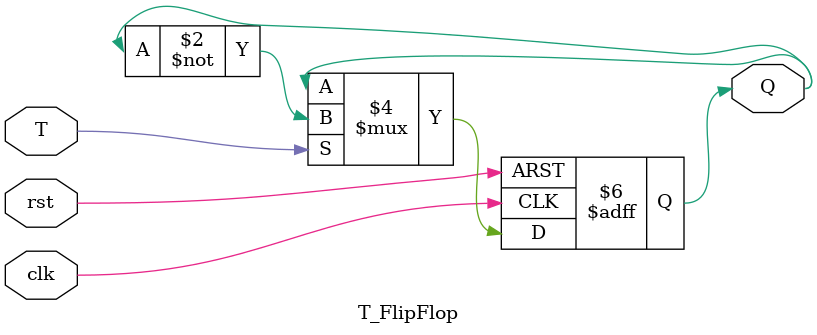
<source format=v>
module T_FlipFlop (
    input  wire clk, rst, T,
    output reg  Q
);

    always @(posedge clk or posedge rst) begin
        if (rst)
            Q <= 1'b0;       // Asynchronous reset
        else if (T)
            Q <= ~Q;         // Toggle when T = 1
        else
            Q <= Q;          // Hold when T = 0
    end

endmodule

</source>
